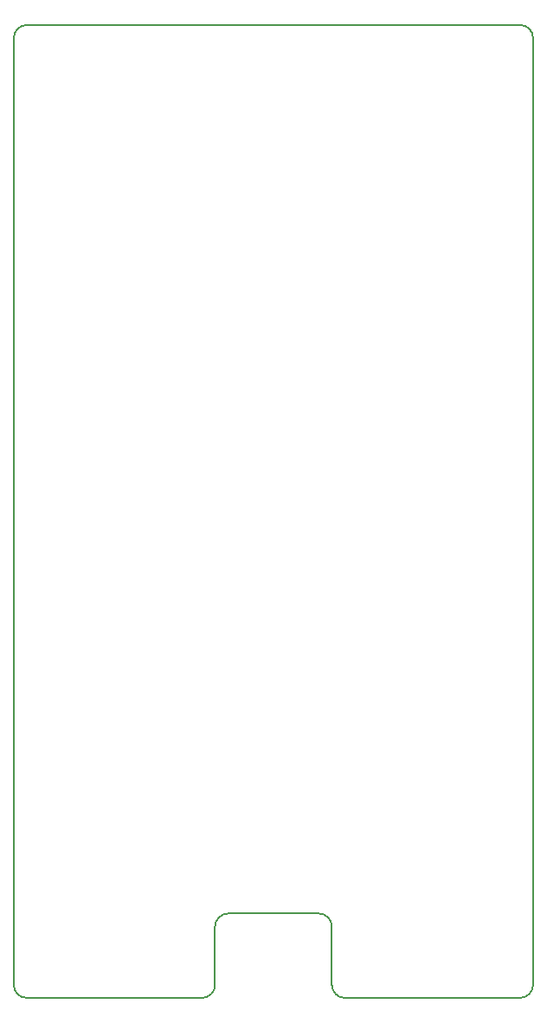
<source format=gbr>
G04 #@! TF.FileFunction,Profile,NP*
%FSLAX46Y46*%
G04 Gerber Fmt 4.6, Leading zero omitted, Abs format (unit mm)*
G04 Created by KiCad (PCBNEW 4.0.7) date 12/22/18 00:45:09*
%MOMM*%
%LPD*%
G01*
G04 APERTURE LIST*
%ADD10C,0.100000*%
%ADD11C,0.150000*%
G04 APERTURE END LIST*
D10*
D11*
X96520000Y-147320000D02*
X113665000Y-147320000D01*
X65405000Y-147320000D02*
X82550000Y-147320000D01*
X83820000Y-140335000D02*
X83820000Y-146050000D01*
X95250000Y-140335000D02*
X95250000Y-146050000D01*
X85090000Y-139065000D02*
X93980000Y-139065000D01*
X85090000Y-139065000D02*
G75*
G03X83820000Y-140335000I0J-1270000D01*
G01*
X95250000Y-140335000D02*
G75*
G03X93980000Y-139065000I-1270000J0D01*
G01*
X95250000Y-146050000D02*
G75*
G03X96520000Y-147320000I1270000J0D01*
G01*
X82550000Y-147320000D02*
G75*
G03X83820000Y-146050000I0J1270000D01*
G01*
X64135000Y-146050000D02*
X64135000Y-53340000D01*
X114935000Y-53340000D02*
X114935000Y-146050000D01*
X65405000Y-52070000D02*
X113665000Y-52070000D01*
X65405000Y-52070000D02*
G75*
G03X64135000Y-53340000I0J-1270000D01*
G01*
X114935000Y-53340000D02*
G75*
G03X113665000Y-52070000I-1270000J0D01*
G01*
X64135000Y-146050000D02*
G75*
G03X65405000Y-147320000I1270000J0D01*
G01*
X113665000Y-147320000D02*
G75*
G03X114935000Y-146050000I0J1270000D01*
G01*
M02*

</source>
